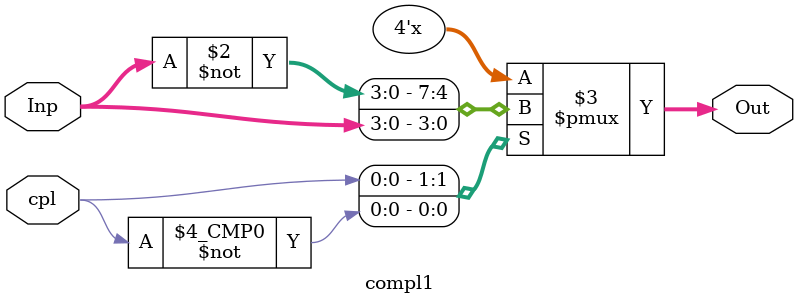
<source format=v>

module compl1(output wire [3:0] Out, input wire [3:0] Inp, input wire cpl);

  always @(Inp, cpl)
  
    begin
      case (cpl)
        1:
          Out = ~(Inp);
        0:
          Out = Inp;
      endcase
    end

endmodule
</source>
